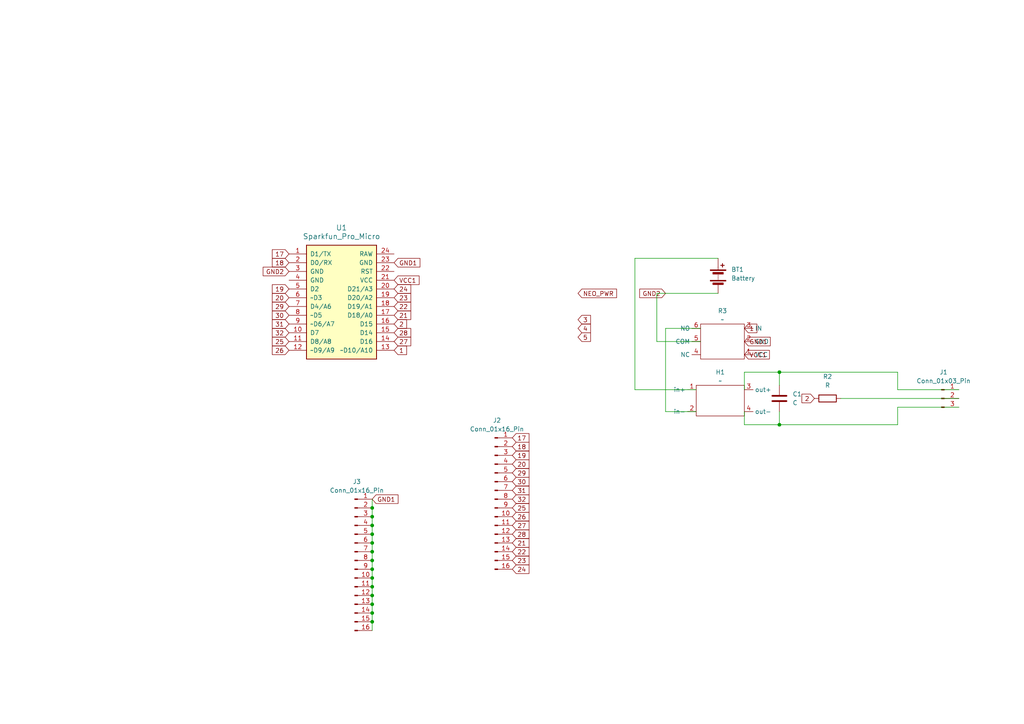
<source format=kicad_sch>
(kicad_sch (version 20231120) (generator "eeschema") (generator_version "8.0")
  (paper "A4")
  (lib_symbols
    (symbol "Arduino:Sparkfun_Pro_Micro" (pin_names (offset 1.016))
      (property "Reference" "U" (at -8.89 21.59 0))
      (property "Value" "Sparkfun_Pro_Micro" (at 0 19.05 0))
      (symbol "Sparkfun_Pro_Micro_0_1"
        (rectangle (start -10.16 17.78) (end 10.16 -15.24) (stroke (width 0.254)) (fill (type background)))
      )
      (symbol "Sparkfun_Pro_Micro_1_1"
        (pin bidirectional line (at -15.24 15.24 0) (length 5.08) (name "D1/TX") (number "1"))
        (pin bidirectional line (at -15.24 -7.62 0) (length 5.08) (name "D7") (number "10"))
        (pin bidirectional line (at -15.24 -10.16 0) (length 5.08) (name "D8/A8") (number "11"))
        (pin bidirectional line (at -15.24 -12.7 0) (length 5.08) (name "~D9/A9") (number "12"))
        (pin bidirectional line (at 15.24 -12.7 180) (length 5.08) (name "~D10/A10") (number "13"))
        (pin bidirectional line (at 15.24 -10.16 180) (length 5.08) (name "D16") (number "14"))
        (pin bidirectional line (at 15.24 -7.62 180) (length 5.08) (name "D14") (number "15"))
        (pin bidirectional line (at 15.24 -5.08 180) (length 5.08) (name "D15") (number "16"))
        (pin bidirectional line (at 15.24 -2.54 180) (length 5.08) (name "D18/A0") (number "17"))
        (pin bidirectional line (at 15.24 0 180) (length 5.08) (name "D19/A1") (number "18"))
        (pin bidirectional line (at 15.24 2.54 180) (length 5.08) (name "D20/A2") (number "19"))
        (pin bidirectional line (at -15.24 12.7 0) (length 5.08) (name "D0/RX") (number "2"))
        (pin bidirectional line (at 15.24 5.08 180) (length 5.08) (name "D21/A3") (number "20"))
        (pin power_in line (at 15.24 7.62 180) (length 5.08) (name "VCC") (number "21"))
        (pin input line (at 15.24 10.16 180) (length 5.08) (name "RST") (number "22"))
        (pin power_in line (at 15.24 12.7 180) (length 5.08) (name "GND") (number "23"))
        (pin power_in line (at 15.24 15.24 180) (length 5.08) (name "RAW") (number "24"))
        (pin power_in line (at -15.24 10.16 0) (length 5.08) (name "GND") (number "3"))
        (pin power_in line (at -15.24 7.62 0) (length 5.08) (name "GND") (number "4"))
        (pin bidirectional line (at -15.24 5.08 0) (length 5.08) (name "D2") (number "5"))
        (pin bidirectional line (at -15.24 2.54 0) (length 5.08) (name "~D3") (number "6"))
        (pin bidirectional line (at -15.24 0 0) (length 5.08) (name "D4/A6") (number "7"))
        (pin bidirectional line (at -15.24 -2.54 0) (length 5.08) (name "~D5") (number "8"))
        (pin bidirectional line (at -15.24 -5.08 0) (length 5.08) (name "~D6/A7") (number "9"))
      )
    )
    (symbol "Connector:Conn_01x03_Pin" (pin_names (offset 1.016) hide)
      (property "Reference" "J" (at 0 5.08 0))
      (property "Value" "Conn_01x03_Pin" (at 0 -5.08 0))
      (symbol "Conn_01x03_Pin_1_1"
        (polyline (pts (xy 1.27 -2.54) (xy 0.8636 -2.54)) (stroke (width 0.1524)))
        (polyline (pts (xy 1.27 0) (xy 0.8636 0)) (stroke (width 0.1524)))
        (polyline (pts (xy 1.27 2.54) (xy 0.8636 2.54)) (stroke (width 0.1524)))
        (rectangle (start 0.8636 -2.413) (end 0 -2.667) (stroke (width 0.1524)) (fill (type outline)))
        (rectangle (start 0.8636 0.127) (end 0 -0.127) (stroke (width 0.1524)) (fill (type outline)))
        (rectangle (start 0.8636 2.667) (end 0 2.413) (stroke (width 0.1524)) (fill (type outline)))
        (pin passive line (at 5.08 2.54 180) (length 3.81) (name "Pin_1") (number "1"))
        (pin passive line (at 5.08 0 180) (length 3.81) (name "Pin_2") (number "2"))
        (pin passive line (at 5.08 -2.54 180) (length 3.81) (name "Pin_3") (number "3"))
      )
    )
    (symbol "Connector:Conn_01x16_Pin" (pin_names (offset 1.016) hide)
      (property "Reference" "J" (at 0 20.32 0))
      (property "Value" "Conn_01x16_Pin" (at 0 -22.86 0))
      (symbol "Conn_01x16_Pin_1_1"
        (polyline (pts (xy 1.27 -20.32) (xy 0.8636 -20.32)) (stroke (width 0.1524)))
        (polyline (pts (xy 1.27 -17.78) (xy 0.8636 -17.78)) (stroke (width 0.1524)))
        (polyline (pts (xy 1.27 -15.24) (xy 0.8636 -15.24)) (stroke (width 0.1524)))
        (polyline (pts (xy 1.27 -12.7) (xy 0.8636 -12.7)) (stroke (width 0.1524)))
        (polyline (pts (xy 1.27 -10.16) (xy 0.8636 -10.16)) (stroke (width 0.1524)))
        (polyline (pts (xy 1.27 -7.62) (xy 0.8636 -7.62)) (stroke (width 0.1524)))
        (polyline (pts (xy 1.27 -5.08) (xy 0.8636 -5.08)) (stroke (width 0.1524)))
        (polyline (pts (xy 1.27 -2.54) (xy 0.8636 -2.54)) (stroke (width 0.1524)))
        (polyline (pts (xy 1.27 0) (xy 0.8636 0)) (stroke (width 0.1524)))
        (polyline (pts (xy 1.27 2.54) (xy 0.8636 2.54)) (stroke (width 0.1524)))
        (polyline (pts (xy 1.27 5.08) (xy 0.8636 5.08)) (stroke (width 0.1524)))
        (polyline (pts (xy 1.27 7.62) (xy 0.8636 7.62)) (stroke (width 0.1524)))
        (polyline (pts (xy 1.27 10.16) (xy 0.8636 10.16)) (stroke (width 0.1524)))
        (polyline (pts (xy 1.27 12.7) (xy 0.8636 12.7)) (stroke (width 0.1524)))
        (polyline (pts (xy 1.27 15.24) (xy 0.8636 15.24)) (stroke (width 0.1524)))
        (polyline (pts (xy 1.27 17.78) (xy 0.8636 17.78)) (stroke (width 0.1524)))
        (rectangle (start 0.8636 -20.193) (end 0 -20.447) (stroke (width 0.1524)) (fill (type outline)))
        (rectangle (start 0.8636 -17.653) (end 0 -17.907) (stroke (width 0.1524)) (fill (type outline)))
        (rectangle (start 0.8636 -15.113) (end 0 -15.367) (stroke (width 0.1524)) (fill (type outline)))
        (rectangle (start 0.8636 -12.573) (end 0 -12.827) (stroke (width 0.1524)) (fill (type outline)))
        (rectangle (start 0.8636 -10.033) (end 0 -10.287) (stroke (width 0.1524)) (fill (type outline)))
        (rectangle (start 0.8636 -7.493) (end 0 -7.747) (stroke (width 0.1524)) (fill (type outline)))
        (rectangle (start 0.8636 -4.953) (end 0 -5.207) (stroke (width 0.1524)) (fill (type outline)))
        (rectangle (start 0.8636 -2.413) (end 0 -2.667) (stroke (width 0.1524)) (fill (type outline)))
        (rectangle (start 0.8636 0.127) (end 0 -0.127) (stroke (width 0.1524)) (fill (type outline)))
        (rectangle (start 0.8636 2.667) (end 0 2.413) (stroke (width 0.1524)) (fill (type outline)))
        (rectangle (start 0.8636 5.207) (end 0 4.953) (stroke (width 0.1524)) (fill (type outline)))
        (rectangle (start 0.8636 7.747) (end 0 7.493) (stroke (width 0.1524)) (fill (type outline)))
        (rectangle (start 0.8636 10.287) (end 0 10.033) (stroke (width 0.1524)) (fill (type outline)))
        (rectangle (start 0.8636 12.827) (end 0 12.573) (stroke (width 0.1524)) (fill (type outline)))
        (rectangle (start 0.8636 15.367) (end 0 15.113) (stroke (width 0.1524)) (fill (type outline)))
        (rectangle (start 0.8636 17.907) (end 0 17.653) (stroke (width 0.1524)) (fill (type outline)))
        (pin passive line (at 5.08 17.78 180) (length 3.81) (name "Pin_1") (number "1"))
        (pin passive line (at 5.08 -5.08 180) (length 3.81) (name "Pin_10") (number "10"))
        (pin passive line (at 5.08 -7.62 180) (length 3.81) (name "Pin_11") (number "11"))
        (pin passive line (at 5.08 -10.16 180) (length 3.81) (name "Pin_12") (number "12"))
        (pin passive line (at 5.08 -12.7 180) (length 3.81) (name "Pin_13") (number "13"))
        (pin passive line (at 5.08 -15.24 180) (length 3.81) (name "Pin_14") (number "14"))
        (pin passive line (at 5.08 -17.78 180) (length 3.81) (name "Pin_15") (number "15"))
        (pin passive line (at 5.08 -20.32 180) (length 3.81) (name "Pin_16") (number "16"))
        (pin passive line (at 5.08 15.24 180) (length 3.81) (name "Pin_2") (number "2"))
        (pin passive line (at 5.08 12.7 180) (length 3.81) (name "Pin_3") (number "3"))
        (pin passive line (at 5.08 10.16 180) (length 3.81) (name "Pin_4") (number "4"))
        (pin passive line (at 5.08 7.62 180) (length 3.81) (name "Pin_5") (number "5"))
        (pin passive line (at 5.08 5.08 180) (length 3.81) (name "Pin_6") (number "6"))
        (pin passive line (at 5.08 2.54 180) (length 3.81) (name "Pin_7") (number "7"))
        (pin passive line (at 5.08 0 180) (length 3.81) (name "Pin_8") (number "8"))
        (pin passive line (at 5.08 -2.54 180) (length 3.81) (name "Pin_9") (number "9"))
      )
    )
    (symbol "Device:Battery" (pin_numbers hide) (pin_names (offset 0) hide)
      (property "Reference" "BT" (at 2.54 2.54 0))
      (property "Value" "Battery" (at 2.54 0 0))
      (symbol "Battery_0_1"
        (rectangle (start -2.286 -1.27) (end 2.286 -1.524) (fill (type outline)))
        (rectangle (start -2.286 1.778) (end 2.286 1.524) (fill (type outline)))
        (rectangle (start -1.524 -2.032) (end 1.524 -2.54) (fill (type outline)))
        (rectangle (start -1.524 1.016) (end 1.524 0.508) (fill (type outline)))
        (polyline (pts (xy 0 -1.016) (xy 0 -0.762)))
        (polyline (pts (xy 0 -0.508) (xy 0 -0.254)))
        (polyline (pts (xy 0 0) (xy 0 0.254)))
        (polyline (pts (xy 0 1.778) (xy 0 2.54)))
        (polyline (pts (xy 0.762 3.048) (xy 1.778 3.048)) (stroke (width 0.254)))
        (polyline (pts (xy 1.27 3.556) (xy 1.27 2.54)) (stroke (width 0.254)))
      )
      (symbol "Battery_1_1"
        (pin passive line (at 0 5.08 270) (length 2.54) (name "+") (number "1"))
        (pin passive line (at 0 -5.08 90) (length 2.54) (name "-") (number "2"))
      )
    )
    (symbol "Device:C" (pin_numbers hide) (pin_names (offset 0.254))
      (property "Reference" "C" (at 0.635 2.54 0))
      (property "Value" "C" (at 0.635 -2.54 0))
      (symbol "C_0_1"
        (polyline (pts (xy -2.032 -0.762) (xy 2.032 -0.762)) (stroke (width 0.508)))
        (polyline (pts (xy -2.032 0.762) (xy 2.032 0.762)) (stroke (width 0.508)))
      )
      (symbol "C_1_1"
        (pin passive line (at 0 3.81 270) (length 2.794) (name "~") (number "1"))
        (pin passive line (at 0 -3.81 90) (length 2.794) (name "~") (number "2"))
      )
    )
    (symbol "Device:R" (pin_numbers hide) (pin_names (offset 0))
      (property "Reference" "R" (at 2.032 0 90))
      (property "Value" "R" (at 0 0 90))
      (symbol "R_0_1"
        (rectangle (start -1.016 -2.54) (end 1.016 2.54) (stroke (width 0.254)))
      )
      (symbol "R_1_1"
        (pin passive line (at 0 3.81 270) (length 1.27) (name "~") (number "1"))
        (pin passive line (at 0 -3.81 90) (length 1.27) (name "~") (number "2"))
      )
    )
    (symbol "funny:RelayModule"
      (property "Reference" "R" (at -5.08 6.858 0))
      (symbol "RelayModule_0_1"
        (rectangle (start -6.35 5.08) (end 6.35 -5.08))
      )
      (symbol "RelayModule_1_1"
        (pin input line (at 6.35 -3.81 0) (length 2.54) (name "VCC") (number "1"))
        (pin input line (at 6.35 0 0) (length 2.54) (name "GND") (number "2"))
        (pin input line (at 6.35 3.81 0) (length 2.54) (name "IN") (number "3"))
        (pin output line (at -6.35 -3.81 180) (length 2.54) (name "NC") (number "4"))
        (pin output line (at -6.35 0 180) (length 2.54) (name "COM") (number "5"))
        (pin output line (at -6.35 3.81 180) (length 2.54) (name "NO") (number "6"))
      )
    )
    (symbol "funny:hw411"
      (property "Reference" "H" (at 4.572 6.35 0))
      (symbol "hw411_0_1"
        (rectangle (start -6.35 5.08) (end 7.62 -3.81))
      )
      (symbol "hw411_1_1"
        (pin input line (at -6.35 3.81 180) (length 2.54) (name "in+") (number "1"))
        (pin input line (at -6.35 -2.54 180) (length 2.54) (name "in-") (number "2"))
        (pin output line (at 7.62 3.81 0) (length 2.54) (name "out+") (number "3"))
        (pin output line (at 7.62 -2.54 0) (length 2.54) (name "out-") (number "4"))
      )
    )
  )
  (junction (at 107.95 154.94))
  (junction (at 107.95 165.1))
  (junction (at 107.95 157.48))
  (junction (at 107.95 160.02))
  (junction (at 107.95 172.72))
  (junction (at 226.06 107.95))
  (junction (at 107.95 170.18))
  (junction (at 107.95 147.32))
  (junction (at 107.95 149.86))
  (junction (at 107.95 162.56))
  (junction (at 107.95 180.34))
  (junction (at 226.06 123.19))
  (junction (at 107.95 175.26))
  (junction (at 107.95 167.64))
  (junction (at 107.95 177.8))
  (junction (at 107.95 152.4))
  (wire (pts (xy 226.06 123.19) (xy 260.35 123.19)))
  (wire (pts (xy 107.95 154.94) (xy 107.95 157.48)))
  (wire (pts (xy 107.95 160.02) (xy 107.95 162.56)))
  (wire (pts (xy 215.9 107.95) (xy 226.06 107.95)))
  (wire (pts (xy 107.95 167.64) (xy 107.95 170.18)))
  (wire (pts (xy 107.95 177.8) (xy 107.95 180.34)))
  (wire (pts (xy 226.06 119.38) (xy 226.06 123.19)))
  (wire (pts (xy 190.5 99.06) (xy 203.2 99.06)))
  (wire (pts (xy 107.95 162.56) (xy 107.95 165.1)))
  (wire (pts (xy 226.06 107.95) (xy 260.35 107.95)))
  (wire (pts (xy 107.95 175.26) (xy 107.95 177.8)))
  (wire (pts (xy 107.95 157.48) (xy 107.95 160.02)))
  (wire (pts (xy 215.9 113.03) (xy 215.9 107.95)))
  (wire (pts (xy 193.04 95.25) (xy 193.04 119.38)))
  (wire (pts (xy 107.95 170.18) (xy 107.95 172.72)))
  (wire (pts (xy 193.04 119.38) (xy 201.93 119.38)))
  (wire (pts (xy 215.9 123.19) (xy 226.06 123.19)))
  (wire (pts (xy 107.95 165.1) (xy 107.95 167.64)))
  (wire (pts (xy 203.2 95.25) (xy 193.04 95.25)))
  (wire (pts (xy 260.35 123.19) (xy 260.35 118.11)))
  (wire (pts (xy 184.15 74.93) (xy 184.15 113.03)))
  (wire (pts (xy 107.95 180.34) (xy 107.95 182.88)))
  (wire (pts (xy 107.95 152.4) (xy 107.95 154.94)))
  (wire (pts (xy 107.95 147.32) (xy 107.95 149.86)))
  (wire (pts (xy 107.95 149.86) (xy 107.95 152.4)))
  (wire (pts (xy 260.35 113.03) (xy 278.13 113.03)))
  (wire (pts (xy 215.9 119.38) (xy 215.9 123.19)))
  (wire (pts (xy 107.95 172.72) (xy 107.95 175.26)))
  (wire (pts (xy 226.06 107.95) (xy 226.06 111.76)))
  (wire (pts (xy 243.84 115.57) (xy 278.13 115.57)))
  (wire (pts (xy 260.35 118.11) (xy 278.13 118.11)))
  (wire (pts (xy 107.95 144.78) (xy 107.95 147.32)))
  (wire (pts (xy 208.28 74.93) (xy 184.15 74.93)))
  (wire (pts (xy 184.15 113.03) (xy 201.93 113.03)))
  (wire (pts (xy 208.28 85.09) (xy 190.5 85.09)))
  (wire (pts (xy 190.5 85.09) (xy 190.5 99.06)))
  (wire (pts (xy 260.35 107.95) (xy 260.35 113.03)))
  (global_label "18" (shape input) (at 83.82 76.2 180) (property "Intersheetrefs" "${INTERSHEET_REFS}" (effects (hide yes))))
  (global_label "18" (shape input) (at 148.59 129.54 0) (property "Intersheetrefs" "${INTERSHEET_REFS}" (effects (hide yes))))
  (global_label "NEO_PWR" (shape input) (at 167.64 85.09 0) (property "Intersheetrefs" "${INTERSHEET_REFS}" (effects (hide yes))))
  (global_label "22" (shape input) (at 114.3 88.9 0) (property "Intersheetrefs" "${INTERSHEET_REFS}" (effects (hide yes))))
  (global_label "VCC1" (shape input) (at 215.9 102.87 0) (property "Intersheetrefs" "${INTERSHEET_REFS}" (effects (hide yes))))
  (global_label "32" (shape input) (at 83.82 96.52 180) (property "Intersheetrefs" "${INTERSHEET_REFS}" (effects (hide yes))))
  (global_label "25" (shape input) (at 148.59 147.32 0) (property "Intersheetrefs" "${INTERSHEET_REFS}" (effects (hide yes))))
  (global_label "30" (shape input) (at 148.59 139.7 0) (property "Intersheetrefs" "${INTERSHEET_REFS}" (effects (hide yes))))
  (global_label "27" (shape input) (at 148.59 152.4 0) (property "Intersheetrefs" "${INTERSHEET_REFS}" (effects (hide yes))))
  (global_label "20" (shape input) (at 83.82 86.36 180) (property "Intersheetrefs" "${INTERSHEET_REFS}" (effects (hide yes))))
  (global_label "GND1" (shape input) (at 215.9 99.06 0) (property "Intersheetrefs" "${INTERSHEET_REFS}" (effects (hide yes))))
  (global_label "30" (shape input) (at 83.82 91.44 180) (property "Intersheetrefs" "${INTERSHEET_REFS}" (effects (hide yes))))
  (global_label "2" (shape input) (at 114.3 93.98 0) (property "Intersheetrefs" "${INTERSHEET_REFS}" (effects (hide yes))))
  (global_label "1" (shape input) (at 114.3 101.6 0) (property "Intersheetrefs" "${INTERSHEET_REFS}" (effects (hide yes))))
  (global_label "GND1" (shape input) (at 107.95 144.78 0) (property "Intersheetrefs" "${INTERSHEET_REFS}" (effects (hide yes))))
  (global_label "32" (shape input) (at 148.59 144.78 0) (property "Intersheetrefs" "${INTERSHEET_REFS}" (effects (hide yes))))
  (global_label "23" (shape input) (at 114.3 86.36 0) (property "Intersheetrefs" "${INTERSHEET_REFS}" (effects (hide yes))))
  (global_label "22" (shape input) (at 148.59 160.02 0) (property "Intersheetrefs" "${INTERSHEET_REFS}" (effects (hide yes))))
  (global_label "23" (shape input) (at 148.59 162.56 0) (property "Intersheetrefs" "${INTERSHEET_REFS}" (effects (hide yes))))
  (global_label "29" (shape input) (at 148.59 137.16 0) (property "Intersheetrefs" "${INTERSHEET_REFS}" (effects (hide yes))))
  (global_label "21" (shape input) (at 114.3 91.44 0) (property "Intersheetrefs" "${INTERSHEET_REFS}" (effects (hide yes))))
  (global_label "27" (shape input) (at 114.3 99.06 0) (property "Intersheetrefs" "${INTERSHEET_REFS}" (effects (hide yes))))
  (global_label "GND2" (shape input) (at 83.82 78.74 180) (property "Intersheetrefs" "${INTERSHEET_REFS}" (effects (hide yes))))
  (global_label "31" (shape input) (at 83.82 93.98 180) (property "Intersheetrefs" "${INTERSHEET_REFS}" (effects (hide yes))))
  (global_label "26" (shape input) (at 148.59 149.86 0) (property "Intersheetrefs" "${INTERSHEET_REFS}" (effects (hide yes))))
  (global_label "25" (shape input) (at 83.82 99.06 180) (property "Intersheetrefs" "${INTERSHEET_REFS}" (effects (hide yes))))
  (global_label "19" (shape input) (at 83.82 83.82 180) (property "Intersheetrefs" "${INTERSHEET_REFS}" (effects (hide yes))))
  (global_label "20" (shape input) (at 148.59 134.62 0) (property "Intersheetrefs" "${INTERSHEET_REFS}" (effects (hide yes))))
  (global_label "26" (shape input) (at 83.82 101.6 180) (property "Intersheetrefs" "${INTERSHEET_REFS}" (effects (hide yes))))
  (global_label "GND2" (shape input) (at 193.04 85.09 180) (property "Intersheetrefs" "${INTERSHEET_REFS}" (effects (hide yes))))
  (global_label "29" (shape input) (at 83.82 88.9 180) (property "Intersheetrefs" "${INTERSHEET_REFS}" (effects (hide yes))))
  (global_label "19" (shape input) (at 148.59 132.08 0) (property "Intersheetrefs" "${INTERSHEET_REFS}" (effects (hide yes))))
  (global_label "24" (shape input) (at 114.3 83.82 0) (property "Intersheetrefs" "${INTERSHEET_REFS}" (effects (hide yes))))
  (global_label "31" (shape input) (at 148.59 142.24 0) (property "Intersheetrefs" "${INTERSHEET_REFS}" (effects (hide yes))))
  (global_label "5" (shape input) (at 167.64 97.79 0) (property "Intersheetrefs" "${INTERSHEET_REFS}" (effects (hide yes))))
  (global_label "1" (shape input) (at 215.9 95.25 0) (property "Intersheetrefs" "${INTERSHEET_REFS}" (effects (hide yes))))
  (global_label "17" (shape input) (at 148.59 127 0) (property "Intersheetrefs" "${INTERSHEET_REFS}" (effects (hide yes))))
  (global_label "21" (shape input) (at 148.59 157.48 0) (property "Intersheetrefs" "${INTERSHEET_REFS}" (effects (hide yes))))
  (global_label "24" (shape input) (at 148.59 165.1 0) (property "Intersheetrefs" "${INTERSHEET_REFS}" (effects (hide yes))))
  (global_label "28" (shape input) (at 148.59 154.94 0) (property "Intersheetrefs" "${INTERSHEET_REFS}" (effects (hide yes))))
  (global_label "28" (shape input) (at 114.3 96.52 0) (property "Intersheetrefs" "${INTERSHEET_REFS}" (effects (hide yes))))
  (global_label "3" (shape input) (at 167.64 92.71 0) (property "Intersheetrefs" "${INTERSHEET_REFS}" (effects (hide yes))))
  (global_label "VCC1" (shape input) (at 114.3 81.28 0) (property "Intersheetrefs" "${INTERSHEET_REFS}" (effects (hide yes))))
  (global_label "GND1" (shape input) (at 114.3 76.2 0) (property "Intersheetrefs" "${INTERSHEET_REFS}" (effects (hide yes))))
  (global_label "2" (shape input) (at 236.22 115.57 180) (property "Intersheetrefs" "${INTERSHEET_REFS}" (effects (hide yes))))
  (global_label "17" (shape input) (at 83.82 73.66 180) (property "Intersheetrefs" "${INTERSHEET_REFS}" (effects (hide yes))))
  (global_label "4" (shape input) (at 167.64 95.25 0) (property "Intersheetrefs" "${INTERSHEET_REFS}" (effects (hide yes))))
  (symbol (lib_id "Connector:Conn_01x03_Pin") (at 273.05 115.57 0) (unit 1)
    (property "Reference" "J1" (at 273.685 107.95 0))
    (property "Value" "Conn_01x03_Pin" (at 273.685 110.49 0))
    (property "Footprint" "Connector_Wire:SolderWire-1sqmm_1x03_P5.4mm_D1.4mm_OD2.7mm" (effects (hide yes)))
    (property "Description" "Generic connector, single row, 01x03, script generated" (effects (hide yes)))
  )
  (symbol (lib_id "Connector:Conn_01x16_Pin") (at 143.51 144.78 0) (unit 1)
    (property "Reference" "J2" (at 144.145 121.92 0))
    (property "Value" "Conn_01x16_Pin" (at 144.145 124.46 0))
    (property "Description" "Generic connector, single row, 01x16, script generated" (effects (hide yes)))
  )
  (symbol (lib_id "Device:C") (at 226.06 115.57 0) (unit 1)
    (property "Reference" "C1" (at 229.87 114.2999 0) (effects (justify left)))
    (property "Value" "C" (at 229.87 116.8399 0) (effects (justify left)))
    (property "Footprint" "Capacitor_THT:CP_Radial_D8.0mm_P5.00mm" (effects (hide yes)))
    (property "Description" "Unpolarized capacitor" (effects (hide yes)))
  )
  (symbol (lib_id "funny:RelayModule") (at 209.55 99.06 0) (unit 1)
    (property "Reference" "R3" (at 209.55 90.17 0))
    (property "Value" "~" (at 209.55 92.71 0))
    (property "Footprint" "funny:cw020" (effects (hide yes)))
  )
  (symbol (lib_id "Device:Battery") (at 208.28 80.01 0) (unit 1)
    (property "Reference" "BT1" (at 212.09 78.1684 0) (effects (justify left)))
    (property "Value" "Battery" (at 212.09 80.7084 0) (effects (justify left)))
    (property "Footprint" "Connector_Wire:SolderWire-1sqmm_1x02_P5.4mm_D1.4mm_OD2.7mm" (effects (hide yes)))
    (property "Description" "Multiple-cell battery" (effects (hide yes)))
  )
  (symbol (lib_id "Device:R") (at 240.03 115.57 270) (unit 1)
    (property "Reference" "R2" (at 240.03 109.22 90))
    (property "Value" "R" (at 240.03 111.76 90))
    (property "Footprint" "Resistor_THT:R_Axial_DIN0207_L6.3mm_D2.5mm_P7.62mm_Horizontal" (effects (hide yes)))
    (property "Description" "Resistor" (effects (hide yes)))
  )
  (symbol (lib_id "funny:hw411") (at 208.28 116.84 0) (unit 1)
    (property "Reference" "H1" (at 208.915 107.95 0))
    (property "Value" "~" (at 208.915 110.49 0))
    (property "Footprint" "funny:hw411" (effects (hide yes)))
  )
  (symbol (lib_id "Arduino:Sparkfun_Pro_Micro") (at 99.06 88.9 0) (unit 1)
    (property "Reference" "U1" (at 99.06 66.04 0) (effects (font (size 1.524 1.524))))
    (property "Value" "Sparkfun_Pro_Micro" (at 99.06 68.58 0) (effects (font (size 1.524 1.524))))
    (property "Footprint" "Arduino:Sparkfun_Pro_Micro" (effects (hide yes)))
    (property "Datasheet" "https://www.sparkfun.com/products/12640" (effects (hide yes)))
    (property "Description" "Sparkfun Pro Micro" (effects (hide yes)))
  )
  (symbol (lib_id "Connector:Conn_01x16_Pin") (at 102.87 162.56 0) (unit 1)
    (property "Reference" "J3" (at 103.505 139.7 0))
    (property "Value" "Conn_01x16_Pin" (at 103.505 142.24 0))
    (property "Description" "Generic connector, single row, 01x16, script generated" (effects (hide yes)))
  )
)
</source>
